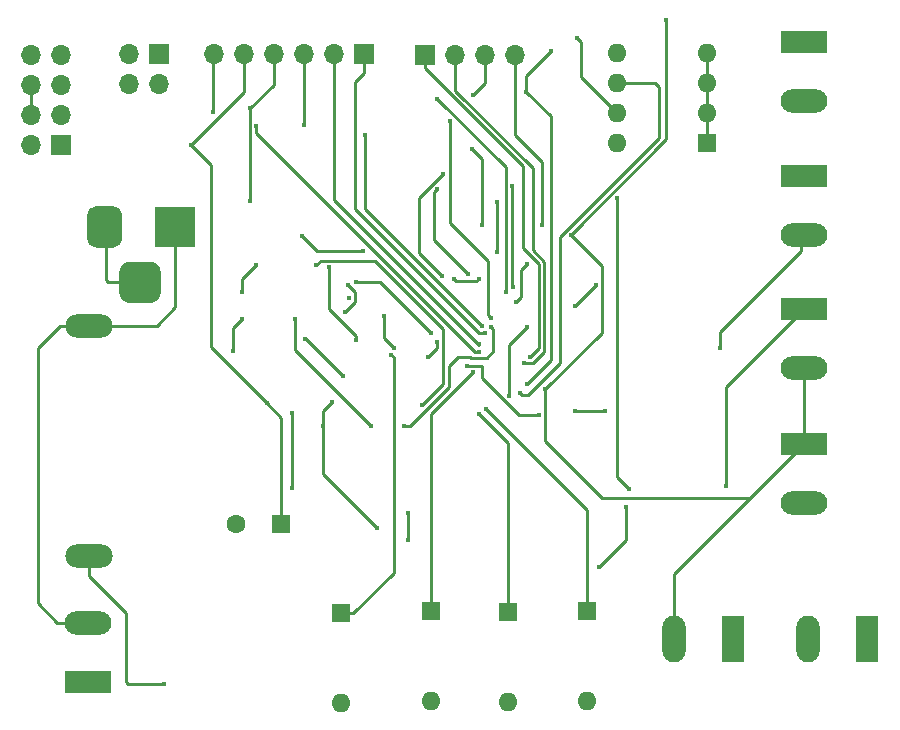
<source format=gbr>
%TF.GenerationSoftware,KiCad,Pcbnew,(5.1.10)-1*%
%TF.CreationDate,2022-05-16T19:26:02+08:00*%
%TF.ProjectId,lamp,6c616d70-2e6b-4696-9361-645f70636258,rev?*%
%TF.SameCoordinates,Original*%
%TF.FileFunction,Copper,L2,Bot*%
%TF.FilePolarity,Positive*%
%FSLAX46Y46*%
G04 Gerber Fmt 4.6, Leading zero omitted, Abs format (unit mm)*
G04 Created by KiCad (PCBNEW (5.1.10)-1) date 2022-05-16 19:26:02*
%MOMM*%
%LPD*%
G01*
G04 APERTURE LIST*
%TA.AperFunction,ComponentPad*%
%ADD10O,1.700000X1.700000*%
%TD*%
%TA.AperFunction,ComponentPad*%
%ADD11R,1.700000X1.700000*%
%TD*%
%TA.AperFunction,ComponentPad*%
%ADD12O,1.600000X1.600000*%
%TD*%
%TA.AperFunction,ComponentPad*%
%ADD13R,1.600000X1.600000*%
%TD*%
%TA.AperFunction,ComponentPad*%
%ADD14C,1.600000*%
%TD*%
%TA.AperFunction,ComponentPad*%
%ADD15O,4.000000X2.000000*%
%TD*%
%TA.AperFunction,ComponentPad*%
%ADD16O,3.960000X1.980000*%
%TD*%
%TA.AperFunction,ComponentPad*%
%ADD17R,3.960000X1.980000*%
%TD*%
%TA.AperFunction,ComponentPad*%
%ADD18O,1.980000X3.960000*%
%TD*%
%TA.AperFunction,ComponentPad*%
%ADD19R,1.980000X3.960000*%
%TD*%
%TA.AperFunction,ComponentPad*%
%ADD20R,3.500000X3.500000*%
%TD*%
%TA.AperFunction,ViaPad*%
%ADD21C,0.400000*%
%TD*%
%TA.AperFunction,Conductor*%
%ADD22C,0.250000*%
%TD*%
G04 APERTURE END LIST*
D10*
%TO.P,J1,8*%
%TO.N,/+3.3*%
X100810000Y-11255000D03*
%TO.P,J1,7*%
X103350000Y-11255000D03*
%TO.P,J1,6*%
%TO.N,GND*%
X100810000Y-13795000D03*
%TO.P,J1,5*%
X103350000Y-13795000D03*
%TO.P,J1,4*%
X100810000Y-16335000D03*
%TO.P,J1,3*%
X103350000Y-16335000D03*
%TO.P,J1,2*%
%TO.N,/+5v*%
X100810000Y-18875000D03*
D11*
%TO.P,J1,1*%
X103350000Y-18875000D03*
%TD*%
D12*
%TO.P,U2,8*%
%TO.N,/+3.3*%
X150390000Y-18710000D03*
%TO.P,U2,4*%
%TO.N,GND*%
X158010000Y-11090000D03*
%TO.P,U2,7*%
X150390000Y-16170000D03*
%TO.P,U2,3*%
X158010000Y-13630000D03*
%TO.P,U2,6*%
%TO.N,/IIC_SCL*%
X150390000Y-13630000D03*
%TO.P,U2,2*%
%TO.N,GND*%
X158010000Y-16170000D03*
%TO.P,U2,5*%
%TO.N,/IIC_SDA*%
X150390000Y-11090000D03*
D13*
%TO.P,U2,1*%
%TO.N,GND*%
X158010000Y-18710000D03*
%TD*%
D14*
%TO.P,C15,2*%
%TO.N,GND*%
X118140000Y-51000000D03*
D13*
%TO.P,C15,1*%
%TO.N,/+5v*%
X121940000Y-51000000D03*
%TD*%
D15*
%TO.P,SW1,2*%
%TO.N,Net-(F1-Pad2)*%
X105650000Y-53700000D03*
%TO.P,SW1,1*%
%TO.N,Net-(J3-Pad2)*%
X105650000Y-34200000D03*
%TD*%
D12*
%TO.P,J17,2*%
%TO.N,GND*%
X147850000Y-65980000D03*
D13*
%TO.P,J17,1*%
%TO.N,/SW_3*%
X147850000Y-58360000D03*
%TD*%
D12*
%TO.P,J16,2*%
%TO.N,GND*%
X141190000Y-66030000D03*
D13*
%TO.P,J16,1*%
%TO.N,/SW_2*%
X141190000Y-58410000D03*
%TD*%
D12*
%TO.P,J15,2*%
%TO.N,GND*%
X134640000Y-66000000D03*
D13*
%TO.P,J15,1*%
%TO.N,/SW_1*%
X134640000Y-58380000D03*
%TD*%
D10*
%TO.P,J14,6*%
%TO.N,/BT_EN*%
X116260000Y-11210000D03*
%TO.P,J14,5*%
%TO.N,/+5v*%
X118800000Y-11210000D03*
%TO.P,J14,4*%
%TO.N,GND*%
X121340000Y-11210000D03*
%TO.P,J14,3*%
%TO.N,/BT_TXD*%
X123880000Y-11210000D03*
%TO.P,J14,2*%
%TO.N,/BT_RXD*%
X126420000Y-11210000D03*
D11*
%TO.P,J14,1*%
%TO.N,/BT_STATE*%
X128960000Y-11210000D03*
%TD*%
D10*
%TO.P,J13,4*%
%TO.N,/+3.3*%
X141780000Y-11280000D03*
%TO.P,J13,3*%
%TO.N,GND*%
X139240000Y-11280000D03*
%TO.P,J13,2*%
%TO.N,/SCL_OLED*%
X136700000Y-11280000D03*
D11*
%TO.P,J13,1*%
%TO.N,/SDA_OLED*%
X134160000Y-11280000D03*
%TD*%
D16*
%TO.P,J12,2*%
%TO.N,/LED2_W*%
X166200000Y-15200000D03*
D17*
%TO.P,J12,1*%
%TO.N,/+5v*%
X166200000Y-10200000D03*
%TD*%
D16*
%TO.P,J11,2*%
%TO.N,/LED2_G*%
X166200000Y-26499999D03*
D17*
%TO.P,J11,1*%
%TO.N,/LED2_B*%
X166200000Y-21499999D03*
%TD*%
D16*
%TO.P,J10,2*%
%TO.N,/+5v*%
X166200000Y-37799999D03*
D17*
%TO.P,J10,1*%
%TO.N,/LED2_R*%
X166200000Y-32799999D03*
%TD*%
D16*
%TO.P,J9,2*%
%TO.N,/LED1_W*%
X166200000Y-49200000D03*
D17*
%TO.P,J9,1*%
%TO.N,/+5v*%
X166200000Y-44200000D03*
%TD*%
D18*
%TO.P,J8,2*%
%TO.N,/LED1_G*%
X166540000Y-60700000D03*
D19*
%TO.P,J8,1*%
%TO.N,/LED1_B*%
X171540000Y-60700000D03*
%TD*%
D18*
%TO.P,J7,2*%
%TO.N,/+5v*%
X155170000Y-60700000D03*
D19*
%TO.P,J7,1*%
%TO.N,/LED1_R*%
X160170000Y-60700000D03*
%TD*%
D10*
%TO.P,J6,4*%
%TO.N,GND*%
X109035000Y-13765000D03*
%TO.P,J6,3*%
%TO.N,/SWCLK*%
X109035000Y-11225000D03*
%TO.P,J6,2*%
%TO.N,/SWDIO*%
X111575000Y-13765000D03*
D11*
%TO.P,J6,1*%
%TO.N,/+3.3*%
X111575000Y-11225000D03*
%TD*%
%TO.P,J5,3*%
%TO.N,GND*%
%TA.AperFunction,ComponentPad*%
G36*
G01*
X108250000Y-31400000D02*
X108250000Y-29650000D01*
G75*
G02*
X109125000Y-28775000I875000J0D01*
G01*
X110875000Y-28775000D01*
G75*
G02*
X111750000Y-29650000I0J-875000D01*
G01*
X111750000Y-31400000D01*
G75*
G02*
X110875000Y-32275000I-875000J0D01*
G01*
X109125000Y-32275000D01*
G75*
G02*
X108250000Y-31400000I0J875000D01*
G01*
G37*
%TD.AperFunction*%
%TO.P,J5,2*%
%TA.AperFunction,ComponentPad*%
G36*
G01*
X105500000Y-26825000D02*
X105500000Y-24825000D01*
G75*
G02*
X106250000Y-24075000I750000J0D01*
G01*
X107750000Y-24075000D01*
G75*
G02*
X108500000Y-24825000I0J-750000D01*
G01*
X108500000Y-26825000D01*
G75*
G02*
X107750000Y-27575000I-750000J0D01*
G01*
X106250000Y-27575000D01*
G75*
G02*
X105500000Y-26825000I0J750000D01*
G01*
G37*
%TD.AperFunction*%
D20*
%TO.P,J5,1*%
%TO.N,Net-(J3-Pad2)*%
X113000000Y-25825000D03*
%TD*%
D16*
%TO.P,J3,2*%
%TO.N,Net-(J3-Pad2)*%
X105625000Y-59325000D03*
D17*
%TO.P,J3,1*%
%TO.N,GND*%
X105625000Y-64325000D03*
%TD*%
D12*
%TO.P,J2,2*%
%TO.N,Net-(J2-Pad2)*%
X127010000Y-66150000D03*
D13*
%TO.P,J2,1*%
%TO.N,/NRST*%
X127010000Y-58530000D03*
%TD*%
D21*
%TO.N,GND*%
X127622300Y-30746700D03*
X127368300Y-33058100D03*
X140208000Y-27940000D03*
X146812000Y-32512000D03*
X119825000Y-29050000D03*
X118675000Y-31325000D03*
X117875000Y-36300000D03*
X132700000Y-50075000D03*
X132700000Y-52300000D03*
X119325000Y-15775000D03*
X147000000Y-9825000D03*
X138175000Y-14675000D03*
X119325000Y-23675000D03*
X118650000Y-33650000D03*
X148572990Y-30734000D03*
X140208000Y-23693890D03*
%TO.N,/+3.3*%
X151130000Y-49530000D03*
X150368000Y-23368000D03*
X142748000Y-28956000D03*
X142748000Y-34290000D03*
X141224000Y-40132000D03*
X130048000Y-51308000D03*
X125476000Y-42672000D03*
X144018000Y-25654000D03*
X141815728Y-32174272D03*
X126238000Y-40640000D03*
X138938000Y-25654000D03*
X138120000Y-19248000D03*
X148844000Y-54610000D03*
X135128000Y-35560000D03*
X134366000Y-36875010D03*
X151384000Y-48006000D03*
%TO.N,/NRST*%
X131266476Y-36641422D03*
%TO.N,Net-(C7-Pad1)*%
X127200000Y-38475000D03*
X123952000Y-35306000D03*
%TO.N,Net-(C8-Pad1)*%
X130692761Y-33391239D03*
X131541928Y-36108374D03*
X127685800Y-31838900D03*
%TO.N,Net-(C9-Pad1)*%
X123710700Y-26568400D03*
X125984000Y-29227010D03*
X128323526Y-35440011D03*
X128879600Y-27838400D03*
%TO.N,Net-(C10-Pad1)*%
X134620000Y-34798000D03*
X128269994Y-30480000D03*
%TO.N,/LIGHT*%
X122850000Y-41550000D03*
X122850000Y-47900000D03*
%TO.N,Net-(F1-Pad2)*%
X112000000Y-64550000D03*
%TO.N,/SWCLK*%
X135183739Y-14991261D03*
X140945910Y-31320910D03*
%TO.N,/SWDIO*%
X136225000Y-16825000D03*
X139720761Y-33529239D03*
%TO.N,/LED2_R*%
X159650000Y-47750000D03*
%TO.N,/LED2_G*%
X159100000Y-36075000D03*
%TO.N,/SCL_OLED*%
X142531000Y-37375000D03*
%TO.N,/SDA_OLED*%
X143008739Y-36841261D03*
%TO.N,/BT_EN*%
X116150000Y-16100000D03*
X119850000Y-17275000D03*
X138701010Y-36379052D03*
%TO.N,/BT_TXD*%
X123858739Y-17191261D03*
X138925000Y-34175000D03*
X129082520Y-18050002D03*
%TO.N,/BT_RXD*%
X138701010Y-35779039D03*
%TO.N,/BT_STATE*%
X139182788Y-34781980D03*
%TO.N,/SW_1*%
X138176000Y-38117010D03*
%TO.N,/SW_2*%
X138684000Y-41655988D03*
%TO.N,/SW_3*%
X139284013Y-41225035D03*
%TO.N,/LED0*%
X133858000Y-40894000D03*
X124917200Y-29057600D03*
%TO.N,/LED1*%
X139700000Y-34290000D03*
X132334000Y-42672000D03*
X129540000Y-42672000D03*
X123126500Y-33616900D03*
%TO.N,/T4_R*%
X146812000Y-41402000D03*
X149352000Y-41402000D03*
X143781001Y-41767473D03*
X137668000Y-37592000D03*
%TO.N,/T4_G*%
X135128000Y-22606000D03*
X141478000Y-22352000D03*
X141618985Y-30874999D03*
X137794990Y-29844990D03*
%TO.N,/T4_B*%
X138684000Y-30226000D03*
X136543960Y-30196141D03*
%TO.N,/T4_W*%
X135636000Y-21336000D03*
X135550005Y-30022013D03*
%TO.N,/IIC_SCL*%
X142166583Y-39872805D03*
%TO.N,/IIC_SDA*%
X142720000Y-14395000D03*
X144775000Y-10975000D03*
X142748000Y-39116008D03*
%TO.N,/+5v*%
X154575000Y-8275000D03*
X120750000Y-40775000D03*
X114300000Y-18875000D03*
X146452239Y-26502239D03*
X144306011Y-39574295D03*
%TD*%
D22*
%TO.N,GND*%
X100810000Y-13795000D02*
X100810000Y-16335000D01*
X147350000Y-13130000D02*
X150390000Y-16170000D01*
X147350000Y-10175000D02*
X147350000Y-13130000D01*
X147000000Y-9825000D02*
X147350000Y-10175000D01*
X158010000Y-11090000D02*
X158010000Y-13630000D01*
X158010000Y-16170000D02*
X158010000Y-13630000D01*
X158010000Y-18710000D02*
X158010000Y-16170000D01*
X121325000Y-11225000D02*
X121340000Y-11210000D01*
X121325000Y-13775000D02*
X121325000Y-11225000D01*
X119325000Y-15775000D02*
X121325000Y-13775000D01*
X139240000Y-13610000D02*
X138175000Y-14675000D01*
X139240000Y-11280000D02*
X139240000Y-13610000D01*
X119325000Y-15775000D02*
X119325000Y-23650000D01*
X107275000Y-30525000D02*
X110000000Y-30525000D01*
X107100000Y-30350000D02*
X107275000Y-30525000D01*
X107100000Y-25925000D02*
X107100000Y-30350000D01*
X107000000Y-25825000D02*
X107100000Y-25925000D01*
X132700000Y-52300000D02*
X132700000Y-50100000D01*
X117875000Y-36300000D02*
X117875000Y-34425000D01*
X117875000Y-34425000D02*
X118650000Y-33650000D01*
X118675000Y-31325000D02*
X118675000Y-30200000D01*
X118675000Y-30200000D02*
X119825000Y-29050000D01*
X146812000Y-32512000D02*
X148572990Y-30751010D01*
X148572990Y-30751010D02*
X148572990Y-30734000D01*
X140208000Y-27940000D02*
X140208000Y-27657158D01*
X140208000Y-27657158D02*
X140208000Y-23693890D01*
X128210801Y-32215599D02*
X128210801Y-31360601D01*
X127368300Y-33058100D02*
X128210801Y-32215599D01*
X128210801Y-31360601D02*
X127781050Y-30930850D01*
X127781050Y-30930850D02*
X127635000Y-30784800D01*
%TO.N,/+3.3*%
X125476000Y-42672000D02*
X125476000Y-46736000D01*
X125476000Y-46736000D02*
X130048000Y-51308000D01*
X141780000Y-18082000D02*
X144018000Y-20320000D01*
X144018000Y-20320000D02*
X144018000Y-25654000D01*
X141780000Y-11280000D02*
X141780000Y-18082000D01*
X141224000Y-40132000D02*
X141224000Y-36576000D01*
X141224000Y-36576000D02*
X141224000Y-35814000D01*
X141224000Y-35814000D02*
X142748000Y-34290000D01*
X125476000Y-42672000D02*
X125476000Y-41402000D01*
X125476000Y-41402000D02*
X126238000Y-40640000D01*
X138938000Y-20066000D02*
X138120000Y-19248000D01*
X138938000Y-25654000D02*
X138938000Y-20066000D01*
X142240000Y-31750000D02*
X141815728Y-32174272D01*
X142240000Y-29464000D02*
X142240000Y-31750000D01*
X142748000Y-28956000D02*
X142240000Y-29464000D01*
X151130000Y-49530000D02*
X151130000Y-52070000D01*
X151130000Y-52070000D02*
X151130000Y-52324000D01*
X151130000Y-52324000D02*
X148844000Y-54610000D01*
X135128000Y-35560000D02*
X135128000Y-36113010D01*
X135128000Y-36113010D02*
X134366000Y-36875010D01*
X150368000Y-23368000D02*
X150368000Y-46990000D01*
X150368000Y-46990000D02*
X151384000Y-48006000D01*
%TO.N,/NRST*%
X131499065Y-36874011D02*
X131266476Y-36641422D01*
X131499065Y-55090935D02*
X131499065Y-36874011D01*
X128060000Y-58530000D02*
X131499065Y-55090935D01*
X127010000Y-58530000D02*
X128060000Y-58530000D01*
%TO.N,Net-(C7-Pad1)*%
X127200000Y-38475000D02*
X123952000Y-35227000D01*
%TO.N,Net-(C8-Pad1)*%
X130692761Y-35259207D02*
X131541928Y-36108374D01*
X130692761Y-33391239D02*
X130692761Y-35259207D01*
%TO.N,Net-(C9-Pad1)*%
X125984000Y-30480000D02*
X125984000Y-32766000D01*
X125984000Y-32766000D02*
X128016000Y-34798000D01*
X128016000Y-34798000D02*
X128133239Y-34915239D01*
X125984000Y-30480000D02*
X125984000Y-29227010D01*
X128323526Y-35105526D02*
X128323526Y-35440011D01*
X128016000Y-34798000D02*
X128323526Y-35105526D01*
X124993400Y-27838400D02*
X128879600Y-27838400D01*
X123736100Y-26581100D02*
X124993400Y-27838400D01*
%TO.N,Net-(C10-Pad1)*%
X134620000Y-34798000D02*
X130302000Y-30480000D01*
X130302000Y-30480000D02*
X128269994Y-30480000D01*
%TO.N,/LIGHT*%
X122850000Y-47900000D02*
X122850000Y-41575000D01*
%TO.N,Net-(F1-Pad2)*%
X105650000Y-55350000D02*
X105650000Y-53700000D01*
X108825000Y-58525000D02*
X105650000Y-55350000D01*
X108825000Y-64375000D02*
X108825000Y-58525000D01*
X109000000Y-64550000D02*
X108825000Y-64375000D01*
X112000000Y-64550000D02*
X109000000Y-64550000D01*
%TO.N,Net-(J3-Pad2)*%
X102975000Y-59325000D02*
X105625000Y-59325000D01*
X101350000Y-57700000D02*
X102975000Y-59325000D01*
X101350000Y-36075000D02*
X101350000Y-57700000D01*
X103225000Y-34200000D02*
X101350000Y-36075000D01*
X105650000Y-34200000D02*
X103225000Y-34200000D01*
X105650000Y-34200000D02*
X111400000Y-34200000D01*
X113000000Y-32600000D02*
X113000000Y-25825000D01*
X111400000Y-34200000D02*
X113000000Y-32600000D01*
%TO.N,/SWCLK*%
X135183739Y-14991261D02*
X140945910Y-20753432D01*
X140945910Y-20753432D02*
X140945910Y-31320910D01*
%TO.N,/SWDIO*%
X139446000Y-33271000D02*
X139725000Y-33550000D01*
X139446000Y-28702000D02*
X139446000Y-33271000D01*
X136225000Y-25481000D02*
X139446000Y-28702000D01*
X136225000Y-16825000D02*
X136225000Y-25481000D01*
%TO.N,/LED2_R*%
X159650000Y-39349999D02*
X166200000Y-32799999D01*
X159650000Y-47750000D02*
X159650000Y-39349999D01*
%TO.N,/LED2_G*%
X165950000Y-26749999D02*
X166200000Y-26499999D01*
X165950000Y-27875000D02*
X165950000Y-26749999D01*
X159100000Y-34725000D02*
X165950000Y-27875000D01*
X159100000Y-36075000D02*
X159100000Y-34725000D01*
%TO.N,/SCL_OLED*%
X144214011Y-36412991D02*
X143252002Y-37375000D01*
X144214011Y-28769600D02*
X144214011Y-36412991D01*
X143256000Y-20839590D02*
X143256000Y-27811589D01*
X136700000Y-14283590D02*
X143256000Y-20839590D01*
X143256000Y-27811589D02*
X144214011Y-28769600D01*
X136700000Y-11280000D02*
X136700000Y-14283590D01*
X143252002Y-37375000D02*
X142531000Y-37375000D01*
%TO.N,/SDA_OLED*%
X143764000Y-36061000D02*
X143000000Y-36825000D01*
X143764000Y-28956000D02*
X143764000Y-36061000D01*
X142788715Y-27980591D02*
X142788715Y-27980715D01*
X142450001Y-20670001D02*
X142450001Y-27641877D01*
X142788715Y-27980715D02*
X143764000Y-28956000D01*
X134160000Y-11280000D02*
X134160000Y-12380000D01*
X134160000Y-12380000D02*
X142450001Y-20670001D01*
X142450001Y-27641877D02*
X142788715Y-27980591D01*
%TO.N,/BT_EN*%
X116150000Y-11320000D02*
X116260000Y-11210000D01*
X116150000Y-16100000D02*
X116150000Y-11320000D01*
X138368556Y-36379052D02*
X138418168Y-36379052D01*
X119850000Y-17860496D02*
X138368556Y-36379052D01*
X138418168Y-36379052D02*
X138701010Y-36379052D01*
X119850000Y-17275000D02*
X119850000Y-17860496D01*
%TO.N,/BT_TXD*%
X123880000Y-11210000D02*
X123880000Y-17145000D01*
X138925000Y-34175000D02*
X129082520Y-24332520D01*
X129082520Y-24332520D02*
X129082520Y-18050002D01*
%TO.N,/BT_RXD*%
X126420000Y-11210000D02*
X126420000Y-23545480D01*
X138692309Y-35787740D02*
X138701010Y-35779039D01*
X138662260Y-35787740D02*
X138692309Y-35787740D01*
X126420000Y-23545480D02*
X138662260Y-35787740D01*
%TO.N,/BT_STATE*%
X128960000Y-11210000D02*
X128960000Y-12790000D01*
X128200000Y-13550000D02*
X128200000Y-24288592D01*
X128960000Y-12790000D02*
X128200000Y-13550000D01*
X138693388Y-34781980D02*
X139182788Y-34781980D01*
X128200000Y-24288592D02*
X138693388Y-34781980D01*
%TO.N,/SW_1*%
X134640000Y-58380000D02*
X134640000Y-41653010D01*
X134640000Y-41653010D02*
X138176000Y-38117010D01*
%TO.N,/SW_2*%
X141190000Y-44161988D02*
X138684000Y-41655988D01*
X141190000Y-58410000D02*
X141190000Y-44161988D01*
%TO.N,/SW_3*%
X147850000Y-58360000D02*
X147850000Y-49791022D01*
X147850000Y-49791022D02*
X139284013Y-41225035D01*
%TO.N,/LED0*%
X125294999Y-28679801D02*
X124917200Y-29057600D01*
X135653002Y-34432591D02*
X129900212Y-28679801D01*
X135653002Y-39098998D02*
X135653002Y-34432591D01*
X133858000Y-40894000D02*
X135653002Y-39098998D01*
X129900212Y-28679801D02*
X125294999Y-28679801D01*
%TO.N,/LED1*%
X132334000Y-42672000D02*
X132857002Y-42672000D01*
X139899999Y-36376001D02*
X139899999Y-34489999D01*
X136144000Y-39385002D02*
X136144000Y-37576998D01*
X132857002Y-42672000D02*
X136144000Y-39385002D01*
X136907999Y-36812999D02*
X137920001Y-36812999D01*
X138011055Y-36904053D02*
X139371947Y-36904053D01*
X139899999Y-34489999D02*
X139700000Y-34290000D01*
X137920001Y-36812999D02*
X138011055Y-36904053D01*
X139371947Y-36904053D02*
X139899999Y-36376001D01*
X136144000Y-37576998D02*
X136907999Y-36812999D01*
X129540000Y-42672000D02*
X123126500Y-36258500D01*
X123126500Y-36258500D02*
X123126500Y-33616900D01*
%TO.N,/T4_R*%
X149352000Y-41402000D02*
X146812000Y-41402000D01*
X142082471Y-41767473D02*
X143781001Y-41767473D01*
X138938000Y-37592000D02*
X138938000Y-38623002D01*
X138938000Y-38623002D02*
X142082471Y-41767473D01*
X138938000Y-37592000D02*
X137668000Y-37592000D01*
%TO.N,/T4_G*%
X141618985Y-30874999D02*
X141478000Y-30734014D01*
X137794990Y-29844990D02*
X134874000Y-26924000D01*
X134874000Y-26924000D02*
X134874000Y-22860000D01*
X134874000Y-22860000D02*
X135128000Y-22606000D01*
X141478000Y-22352000D02*
X141478000Y-22777920D01*
X141478000Y-22777920D02*
X141478000Y-23114000D01*
X141478000Y-23114000D02*
X141478000Y-22606000D01*
X141478000Y-30734014D02*
X141478000Y-23114000D01*
%TO.N,/T4_B*%
X136773818Y-30425999D02*
X136543960Y-30196141D01*
X138684000Y-30226000D02*
X138484001Y-30425999D01*
X138484001Y-30425999D02*
X136773818Y-30425999D01*
%TO.N,/T4_W*%
X135382000Y-21590000D02*
X135550005Y-21421995D01*
X135636000Y-21336000D02*
X135382000Y-21590000D01*
X133604000Y-23368000D02*
X135382000Y-21590000D01*
X133604000Y-28076008D02*
X133604000Y-23368000D01*
X135550005Y-30022013D02*
X133604000Y-28076008D01*
%TO.N,/IIC_SCL*%
X153924000Y-17164000D02*
X153924000Y-17526000D01*
X153924000Y-13970000D02*
X153924000Y-17526000D01*
X153584000Y-13630000D02*
X153924000Y-13970000D01*
X150390000Y-13630000D02*
X153584000Y-13630000D01*
X153924000Y-18288000D02*
X145558999Y-26653001D01*
X142822198Y-40072804D02*
X142366582Y-40072804D01*
X142366582Y-40072804D02*
X142166583Y-39872805D01*
X153924000Y-17526000D02*
X153924000Y-18288000D01*
X145558999Y-26653001D02*
X145558999Y-37336003D01*
X145558999Y-37336003D02*
X142822198Y-40072804D01*
%TO.N,/IIC_SDA*%
X142720000Y-14395000D02*
X142720000Y-13080000D01*
X142720000Y-13080000D02*
X142720000Y-13055000D01*
X142720000Y-13080000D02*
X142720000Y-13030000D01*
X142720000Y-13030000D02*
X144775000Y-10975000D01*
X144775000Y-10975000D02*
X144775000Y-10975000D01*
X144780000Y-16455000D02*
X144780000Y-37084008D01*
X142720000Y-14395000D02*
X144780000Y-16455000D01*
X144780000Y-37084008D02*
X142748000Y-39116008D01*
%TO.N,/+5v*%
X121940000Y-51000000D02*
X121940000Y-41965000D01*
X121940000Y-41965000D02*
X120750000Y-40775000D01*
X116000000Y-20575000D02*
X114300000Y-18875000D01*
X116000000Y-36025000D02*
X116000000Y-20575000D01*
X120750000Y-40775000D02*
X116000000Y-36025000D01*
X118825000Y-14375000D02*
X118825000Y-11235000D01*
X118825000Y-11235000D02*
X118800000Y-11210000D01*
X114325000Y-18875000D02*
X118825000Y-14375000D01*
X114300000Y-18875000D02*
X114325000Y-18875000D01*
X166200000Y-37799999D02*
X166200000Y-44200000D01*
X155170000Y-55230000D02*
X155170000Y-60700000D01*
X166200000Y-44200000D02*
X155170000Y-55230000D01*
X154575000Y-18379478D02*
X146452239Y-26502239D01*
X154575000Y-8275000D02*
X154575000Y-18379478D01*
X149098000Y-34782306D02*
X144306011Y-39574295D01*
X146452239Y-26502239D02*
X149098000Y-29148000D01*
X149098000Y-29148000D02*
X149098000Y-34782306D01*
X144306011Y-43976011D02*
X144306011Y-39574295D01*
X149098000Y-48768000D02*
X144306011Y-43976011D01*
X161632000Y-48768000D02*
X149098000Y-48768000D01*
X166200000Y-44200000D02*
X161632000Y-48768000D01*
%TD*%
M02*

</source>
